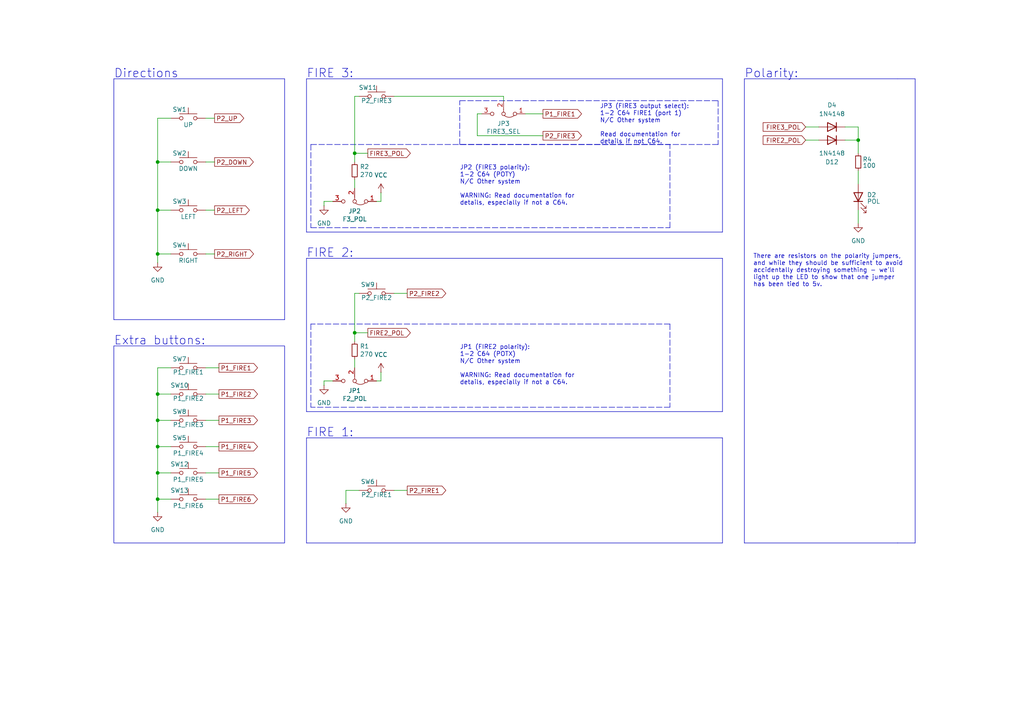
<source format=kicad_sch>
(kicad_sch (version 20231120) (generator "eeschema") (generator_version "8.0")
  (paper "A4")
  (lib_symbols
    (symbol "Device:LED" (pin_numbers hide) (pin_names (offset 1.016) hide)
      (property "Reference" "D" (at 0 2.54 0))
      (property "Value" "LED" (at 0 -2.54 0))
      (symbol "LED_0_1"
        (polyline (pts (xy -1.27 -1.27) (xy -1.27 1.27)) (stroke (width 0.254)))
        (polyline (pts (xy -1.27 0) (xy 1.27 0)))
        (polyline (pts (xy 1.27 -1.27) (xy 1.27 1.27) (xy -1.27 0) (xy 1.27 -1.27)) (stroke (width 0.254)))
        (polyline (pts (xy -3.048 -0.762) (xy -4.572 -2.286) (xy -3.81 -2.286) (xy -4.572 -2.286) (xy -4.572 -1.524)))
        (polyline (pts (xy -1.778 -0.762) (xy -3.302 -2.286) (xy -2.54 -2.286) (xy -3.302 -2.286) (xy -3.302 -1.524)))
      )
      (symbol "LED_1_1"
        (pin passive line (at -3.81 0 0) (length 2.54) (name "K") (number "1"))
        (pin passive line (at 3.81 0 180) (length 2.54) (name "A") (number "2"))
      )
    )
    (symbol "Device:R_Small" (pin_numbers hide) (pin_names (offset 0.254) hide)
      (property "Reference" "R" (at 0.762 0.508 0))
      (property "Value" "R_Small" (at 0.762 -1.016 0))
      (symbol "R_Small_0_1"
        (rectangle (start -0.762 1.778) (end 0.762 -1.778) (stroke (width 0.2032)))
      )
      (symbol "R_Small_1_1"
        (pin passive line (at 0 2.54 270) (length 0.762) (name "~") (number "1"))
        (pin passive line (at 0 -2.54 90) (length 0.762) (name "~") (number "2"))
      )
    )
    (symbol "Diode:1N4148" (pin_numbers hide) (pin_names hide)
      (property "Reference" "D" (at 0 2.54 0))
      (property "Value" "1N4148" (at 0 -2.54 0))
      (symbol "1N4148_0_1"
        (polyline (pts (xy -1.27 1.27) (xy -1.27 -1.27)) (stroke (width 0.254)))
        (polyline (pts (xy 1.27 0) (xy -1.27 0)))
        (polyline (pts (xy 1.27 1.27) (xy 1.27 -1.27) (xy -1.27 0) (xy 1.27 1.27)) (stroke (width 0.254)))
      )
      (symbol "1N4148_1_1"
        (pin passive line (at -3.81 0 0) (length 2.54) (name "K") (number "1"))
        (pin passive line (at 3.81 0 180) (length 2.54) (name "A") (number "2"))
      )
    )
    (symbol "Jumper:Jumper_3_Bridged12" (pin_names (offset 0) hide) (exclude_from_sim yes) (in_bom no)
      (property "Reference" "JP" (at -2.54 -2.54 0))
      (property "Value" "Jumper_3_Bridged12" (at 0 2.794 0))
      (symbol "Jumper_3_Bridged12_0_0"
        (circle (center -3.302 0) (radius 0.508))
        (circle (center 0 0) (radius 0.508))
        (circle (center 3.302 0) (radius 0.508))
      )
      (symbol "Jumper_3_Bridged12_0_1"
        (arc (start -0.254 0.508) (mid -1.651 0.9912) (end -3.048 0.508))
        (polyline (pts (xy 0 -1.27) (xy 0 -0.508)))
      )
      (symbol "Jumper_3_Bridged12_1_1"
        (pin passive line (at -6.35 0 0) (length 2.54) (name "A") (number "1"))
        (pin passive line (at 0 -3.81 90) (length 2.54) (name "C") (number "2"))
        (pin passive line (at 6.35 0 180) (length 2.54) (name "B") (number "3"))
      )
    )
    (symbol "power:GND" (power) (pin_numbers hide) (pin_names (offset 0) hide)
      (property "Value" "GND" (at 0 -3.81 0))
      (symbol "GND_0_1"
        (polyline (pts (xy 0 0) (xy 0 -1.27) (xy 1.27 -1.27) (xy 0 -2.54) (xy -1.27 -1.27) (xy 0 -1.27)))
      )
      (symbol "GND_1_1"
        (pin power_in line (at 0 0 270) (length 0) (name "~") (number "1"))
      )
    )
    (symbol "power:VCC" (power) (pin_numbers hide) (pin_names (offset 0) hide)
      (property "Value" "VCC" (at 0 3.556 0))
      (symbol "VCC_0_1"
        (polyline (pts (xy -0.762 1.27) (xy 0 2.54)))
        (polyline (pts (xy 0 0) (xy 0 2.54)))
        (polyline (pts (xy 0 2.54) (xy 0.762 1.27)))
      )
      (symbol "VCC_1_1"
        (pin power_in line (at 0 0 90) (length 0) (name "~") (number "1"))
      )
    )
    (symbol "sw_push:SW_Push" (pin_numbers hide) (pin_names (offset 1.016) hide)
      (property "Reference" "SW" (at 1.27 2.54 0))
      (property "Value" "SW_Push" (at 0 -1.524 0))
      (symbol "SW_Push_0_1"
        (circle (center -2.032 0) (radius 0.508))
        (polyline (pts (xy 0 1.27) (xy 0 3.048)))
        (polyline (pts (xy 2.54 1.27) (xy -2.54 1.27)))
        (circle (center 2.032 0) (radius 0.508))
        (pin passive line (at 5.08 0 180) (length 2.54) (name "1") (number "1"))
        (pin passive line (at -5.08 0 0) (length 2.54) (name "2") (number "2"))
      )
    )
  )
  (junction (at 45.72 114.3))
  (junction (at 102.87 96.52))
  (junction (at 102.87 44.45))
  (junction (at 45.72 46.99))
  (junction (at 45.72 144.78))
  (junction (at 45.72 60.96))
  (junction (at 45.72 121.92))
  (junction (at 248.92 40.64))
  (junction (at 45.72 73.66))
  (junction (at 45.72 129.54))
  (junction (at 45.72 137.16))
  (wire (pts (xy 106.68 96.52) (xy 102.87 96.52)))
  (wire (pts (xy 248.92 40.64) (xy 248.92 44.45)))
  (polyline (pts (xy 260.35 157.48) (xy 265.43 157.48)) (stroke (width 0) (type solid)))
  (polyline (pts (xy 194.31 66.04) (xy 194.31 41.91)) (stroke (width 0) (type dash)))
  (wire (pts (xy 110.49 55.88) (xy 110.49 58.42)))
  (wire (pts (xy 102.87 44.45) (xy 102.87 46.99)))
  (wire (pts (xy 146.05 29.21) (xy 146.05 27.94)))
  (wire (pts (xy 45.72 129.54) (xy 45.72 121.92)))
  (polyline (pts (xy 209.55 67.31) (xy 88.9 67.31)) (stroke (width 0) (type solid)))
  (wire (pts (xy 59.69 129.54) (xy 63.5 129.54)))
  (wire (pts (xy 49.53 129.54) (xy 45.72 129.54)))
  (wire (pts (xy 62.23 46.99) (xy 59.69 46.99)))
  (wire (pts (xy 45.72 129.54) (xy 45.72 137.16)))
  (wire (pts (xy 45.72 137.16) (xy 49.53 137.16)))
  (polyline (pts (xy 90.17 41.91) (xy 194.31 41.91)) (stroke (width 0) (type dash)))
  (polyline (pts (xy 260.35 22.86) (xy 265.43 22.86)) (stroke (width 0) (type solid)))
  (wire (pts (xy 114.3 27.94) (xy 146.05 27.94)))
  (polyline (pts (xy 88.9 119.38) (xy 209.55 119.38)) (stroke (width 0) (type solid)))
  (wire (pts (xy 59.69 114.3) (xy 63.5 114.3)))
  (polyline (pts (xy 194.31 118.11) (xy 90.17 118.11)) (stroke (width 0) (type dash)))
  (wire (pts (xy 248.92 36.83) (xy 248.92 40.64)))
  (wire (pts (xy 110.49 58.42) (xy 109.22 58.42)))
  (wire (pts (xy 233.68 40.64) (xy 237.49 40.64)))
  (wire (pts (xy 102.87 96.52) (xy 102.87 99.06)))
  (wire (pts (xy 45.72 34.29) (xy 49.53 34.29)))
  (polyline (pts (xy 88.9 67.31) (xy 88.9 22.86)) (stroke (width 0) (type solid)))
  (wire (pts (xy 59.69 121.92) (xy 63.5 121.92)))
  (wire (pts (xy 100.33 142.24) (xy 100.33 146.05)))
  (polyline (pts (xy 90.17 93.98) (xy 90.17 118.11)) (stroke (width 0) (type dash)))
  (wire (pts (xy 45.72 34.29) (xy 45.72 46.99)))
  (wire (pts (xy 45.72 73.66) (xy 49.53 73.66)))
  (wire (pts (xy 248.92 60.96) (xy 248.92 64.77)))
  (polyline (pts (xy 90.17 66.04) (xy 194.31 66.04)) (stroke (width 0) (type dash)))
  (polyline (pts (xy 208.28 29.21) (xy 208.28 41.91)) (stroke (width 0) (type dash)))
  (polyline (pts (xy 194.31 93.98) (xy 194.31 118.11)) (stroke (width 0) (type dash)))
  (wire (pts (xy 104.14 142.24) (xy 100.33 142.24)))
  (polyline (pts (xy 209.55 67.31) (xy 209.55 22.86)) (stroke (width 0) (type solid)))
  (wire (pts (xy 106.68 44.45) (xy 102.87 44.45)))
  (polyline (pts (xy 88.9 127) (xy 88.9 157.48)) (stroke (width 0) (type solid)))
  (polyline (pts (xy 88.9 157.48) (xy 209.55 157.48)) (stroke (width 0) (type solid)))
  (polyline (pts (xy 82.55 22.86) (xy 82.55 92.71)) (stroke (width 0) (type solid)))
  (wire (pts (xy 138.43 33.02) (xy 138.43 39.37)))
  (wire (pts (xy 102.87 27.94) (xy 102.87 44.45)))
  (wire (pts (xy 45.72 114.3) (xy 45.72 106.68)))
  (wire (pts (xy 45.72 46.99) (xy 49.53 46.99)))
  (wire (pts (xy 233.68 36.83) (xy 237.49 36.83)))
  (wire (pts (xy 45.72 60.96) (xy 45.72 73.66)))
  (wire (pts (xy 59.69 144.78) (xy 63.5 144.78)))
  (wire (pts (xy 245.11 40.64) (xy 248.92 40.64)))
  (wire (pts (xy 45.72 76.2) (xy 45.72 73.66)))
  (polyline (pts (xy 209.55 127) (xy 88.9 127)) (stroke (width 0) (type solid)))
  (polyline (pts (xy 133.35 29.21) (xy 208.28 29.21)) (stroke (width 0) (type dash)))
  (wire (pts (xy 138.43 39.37) (xy 157.48 39.37)))
  (polyline (pts (xy 215.9 22.86) (xy 260.35 22.86)) (stroke (width 0) (type solid)))
  (wire (pts (xy 102.87 85.09) (xy 104.14 85.09)))
  (polyline (pts (xy 194.31 93.98) (xy 90.17 93.98)) (stroke (width 0) (type dash)))
  (wire (pts (xy 45.72 121.92) (xy 45.72 114.3)))
  (polyline (pts (xy 90.17 41.91) (xy 90.17 66.04)) (stroke (width 0) (type dash)))
  (wire (pts (xy 45.72 144.78) (xy 45.72 148.59)))
  (wire (pts (xy 93.98 58.42) (xy 93.98 59.69)))
  (wire (pts (xy 45.72 121.92) (xy 49.53 121.92)))
  (wire (pts (xy 45.72 144.78) (xy 49.53 144.78)))
  (wire (pts (xy 59.69 137.16) (xy 63.5 137.16)))
  (wire (pts (xy 114.3 142.24) (xy 118.11 142.24)))
  (wire (pts (xy 59.69 106.68) (xy 63.5 106.68)))
  (polyline (pts (xy 88.9 74.93) (xy 209.55 74.93)) (stroke (width 0) (type solid)))
  (wire (pts (xy 248.92 49.53) (xy 248.92 53.34)))
  (wire (pts (xy 62.23 73.66) (xy 59.69 73.66)))
  (wire (pts (xy 59.69 60.96) (xy 62.23 60.96)))
  (wire (pts (xy 114.3 85.09) (xy 118.11 85.09)))
  (polyline (pts (xy 88.9 22.86) (xy 209.55 22.86)) (stroke (width 0) (type solid)))
  (wire (pts (xy 93.98 110.49) (xy 93.98 111.76)))
  (wire (pts (xy 245.11 36.83) (xy 248.92 36.83)))
  (wire (pts (xy 45.72 137.16) (xy 45.72 144.78)))
  (polyline (pts (xy 88.9 119.38) (xy 88.9 74.93)) (stroke (width 0) (type solid)))
  (polyline (pts (xy 215.9 157.48) (xy 260.35 157.48)) (stroke (width 0) (type solid)))
  (wire (pts (xy 59.69 34.29) (xy 62.23 34.29)))
  (wire (pts (xy 102.87 85.09) (xy 102.87 96.52)))
  (wire (pts (xy 110.49 110.49) (xy 109.22 110.49)))
  (polyline (pts (xy 133.35 41.91) (xy 133.35 29.21)) (stroke (width 0) (type dash)))
  (wire (pts (xy 102.87 27.94) (xy 104.14 27.94)))
  (wire (pts (xy 45.72 114.3) (xy 49.53 114.3)))
  (wire (pts (xy 45.72 46.99) (xy 45.72 60.96)))
  (wire (pts (xy 45.72 106.68) (xy 49.53 106.68)))
  (polyline (pts (xy 208.28 41.91) (xy 133.35 41.91)) (stroke (width 0) (type dash)))
  (polyline (pts (xy 209.55 119.38) (xy 209.55 74.93)) (stroke (width 0) (type solid)))
  (wire (pts (xy 102.87 106.68) (xy 102.87 104.14)))
  (wire (pts (xy 152.4 33.02) (xy 157.48 33.02)))
  (polyline (pts (xy 33.02 22.86) (xy 82.55 22.86)) (stroke (width 0) (type solid)))
  (wire (pts (xy 110.49 107.95) (xy 110.49 110.49)))
  (wire (pts (xy 139.7 33.02) (xy 138.43 33.02)))
  (wire (pts (xy 96.52 58.42) (xy 93.98 58.42)))
  (polyline (pts (xy 82.55 92.71) (xy 33.02 92.71)) (stroke (width 0) (type solid)))
  (polyline (pts (xy 33.02 92.71) (xy 33.02 22.86)) (stroke (width 0) (type solid)))
  (polyline (pts (xy 209.55 157.48) (xy 209.55 127)) (stroke (width 0) (type solid)))
  (wire (pts (xy 45.72 60.96) (xy 49.53 60.96)))
  (wire (pts (xy 96.52 110.49) (xy 93.98 110.49)))
  (wire (pts (xy 102.87 54.61) (xy 102.87 52.07)))
  (polyline (pts (xy 265.43 22.86) (xy 265.43 157.48)) (stroke (width 0) (type solid)))
  (polyline (pts (xy 215.9 157.48) (xy 215.9 22.86)) (stroke (width 0) (type solid)))
  (rectangle (start 33.02 100.33) (end 82.55 157.48))
  (text "FIRE 1:" (at 88.9 127 0) (effects (font (size 2.4892 2.4892)) (justify left bottom)))
  (text "JP2 (FIRE3 polarity):\n1-2 C64 (POTY)\nN/C Other system\n\nWARNING: Read documentation for\ndetails, especially if not a C64." (at 133.35 59.69 0) (effects (font (size 1.27 1.27)) (justify left bottom)))
  (text "There are resistors on the polarity jumpers,\nand while they should be sufficient to avoid\naccidentally destroying something - we'll\nlight up the LED to show that one jumper\nhas been tied to 5v." (at 218.44 73.66 0) (effects (font (size 1.27 1.27)) (justify left top)))
  (text "JP1 (FIRE2 polarity):\n1-2 C64 (POTX)\nN/C Other system\n\nWARNING: Read documentation for\ndetails, especially if not a C64." (at 133.35 111.76 0) (effects (font (size 1.27 1.27)) (justify left bottom)))
  (text "Directions" (at 33.02 22.86 0) (effects (font (size 2.4892 2.4892)) (justify left bottom)))
  (text "FIRE 3:" (at 88.9 22.86 0) (effects (font (size 2.4892 2.4892)) (justify left bottom)))
  (text "Extra buttons:" (at 33.02 100.33 0) (effects (font (size 2.4892 2.4892)) (justify left bottom)))
  (text "FIRE 2:" (at 88.9 74.93 0) (effects (font (size 2.4892 2.4892)) (justify left bottom)))
  (text "Polarity:" (at 215.9 22.86 0) (effects (font (size 2.4892 2.4892)) (justify left bottom)))
  (text "JP3 (FIRE3 output select):\n1-2 C64 FIRE1 (port 1)\nN/C Other system\n\nRead documentation for\ndetails if not C64." (at 173.99 41.91 0) (effects (font (size 1.27 1.27)) (justify left bottom)))
  (global_label "FIRE2_POL" (shape output) (at 106.68 96.52 0) (property "Intersheetrefs" "${INTERSHEET_REFS}" (effects (hide yes))))
  (global_label "P2_UP" (shape output) (at 62.23 34.29 0) (property "Intersheetrefs" "${INTERSHEET_REFS}" (effects (hide yes))))
  (global_label "FIRE3_POL" (shape output) (at 106.68 44.45 0) (property "Intersheetrefs" "${INTERSHEET_REFS}" (effects (hide yes))))
  (global_label "P1_FIRE2" (shape output) (at 63.5 114.3 0) (property "Intersheetrefs" "${INTERSHEET_REFS}" (effects (hide yes))))
  (global_label "P1_FIRE5" (shape output) (at 63.5 137.16 0) (property "Intersheetrefs" "${INTERSHEET_REFS}" (effects (hide yes))))
  (global_label "P2_LEFT" (shape output) (at 62.23 60.96 0) (property "Intersheetrefs" "${INTERSHEET_REFS}" (effects (hide yes))))
  (global_label "P2_FIRE3" (shape output) (at 157.48 39.37 0) (property "Intersheetrefs" "${INTERSHEET_REFS}" (effects (hide yes))))
  (global_label "P2_DOWN" (shape output) (at 62.23 46.99 0) (property "Intersheetrefs" "${INTERSHEET_REFS}" (effects (hide yes))))
  (global_label "P2_RIGHT" (shape output) (at 62.23 73.66 0) (property "Intersheetrefs" "${INTERSHEET_REFS}" (effects (hide yes))))
  (global_label "P1_FIRE1" (shape output) (at 157.48 33.02 0) (property "Intersheetrefs" "${INTERSHEET_REFS}" (effects (hide yes))))
  (global_label "FIRE2_POL" (shape input) (at 233.68 40.64 180) (property "Intersheetrefs" "${INTERSHEET_REFS}" (effects (hide yes))))
  (global_label "P2_FIRE2" (shape output) (at 118.11 85.09 0) (property "Intersheetrefs" "${INTERSHEET_REFS}" (effects (hide yes))))
  (global_label "P1_FIRE1" (shape output) (at 63.5 106.68 0) (property "Intersheetrefs" "${INTERSHEET_REFS}" (effects (hide yes))))
  (global_label "P1_FIRE6" (shape output) (at 63.5 144.78 0) (property "Intersheetrefs" "${INTERSHEET_REFS}" (effects (hide yes))))
  (global_label "FIRE3_POL" (shape input) (at 233.68 36.83 180) (property "Intersheetrefs" "${INTERSHEET_REFS}" (effects (hide yes))))
  (global_label "P1_FIRE3" (shape output) (at 63.5 121.92 0) (property "Intersheetrefs" "${INTERSHEET_REFS}" (effects (hide yes))))
  (global_label "P2_FIRE1" (shape output) (at 118.11 142.24 0) (property "Intersheetrefs" "${INTERSHEET_REFS}" (effects (hide yes))))
  (global_label "P1_FIRE4" (shape output) (at 63.5 129.54 0) (property "Intersheetrefs" "${INTERSHEET_REFS}" (effects (hide yes))))
  (symbol (lib_id "sw_push:SW_Push") (at 54.61 114.3 0) (unit 1)
    (property "Reference" "SW10" (at 52.07 111.76 0))
    (property "Value" "P1_FIRE2" (at 54.61 115.57 0))
    (property "Footprint" "Button_Switch_THT:SW_Tactile_SPST_Angled_PTS645Vx31-2LFS" (effects (hide yes)))
  )
  (symbol (lib_id "Jumper:Jumper_3_Bridged12") (at 102.87 110.49 180) (unit 1) (exclude_from_sim yes) (in_bom no)
    (property "Reference" "JP1" (at 102.87 113.3094 0))
    (property "Value" "F2_POL" (at 102.87 115.6208 0))
    (property "Footprint" "Connector_PinHeader_2.54mm:PinHeader_1x03_P2.54mm_Horizontal" (effects (hide yes)))
    (property "Description" "Jumper, 3-pole, pins 1+2 closed/bridged" (effects (hide yes)))
  )
  (symbol (lib_id "power:GND") (at 93.98 59.69 0) (unit 1)
    (property "Reference" "#PWR06" (effects (hide yes)))
    (property "Value" "GND" (at 93.98 64.77 0))
    (property "Description" "Power symbol creates a global label with name \"GND\" , ground" (effects (hide yes)))
  )
  (symbol (lib_id "sw_push:SW_Push") (at 54.61 73.66 0) (unit 1)
    (property "Reference" "SW4" (at 52.07 71.12 0))
    (property "Value" "RIGHT" (at 54.61 75.565 0))
    (property "Footprint" "Button_Switch_Keyboard:SW_Cherry_MX_1.00u_PCB" (effects (hide yes)))
  )
  (symbol (lib_id "sw_push:SW_Push") (at 109.22 85.09 0) (unit 1)
    (property "Reference" "SW9" (at 106.68 82.55 0))
    (property "Value" "P2_FIRE2" (at 109.22 86.36 0))
    (property "Footprint" "Button_Switch_Keyboard:SW_Cherry_MX_1.00u_PCB" (effects (hide yes)))
  )
  (symbol (lib_id "power:GND") (at 45.72 148.59 0) (unit 1)
    (property "Reference" "#PWR04" (effects (hide yes)))
    (property "Value" "GND" (at 45.72 153.67 0))
    (property "Description" "Power symbol creates a global label with name \"GND\" , ground" (effects (hide yes)))
  )
  (symbol (lib_id "power:VCC") (at 110.49 55.88 0) (unit 1)
    (property "Reference" "#PWR08" (effects (hide yes)))
    (property "Value" "VCC" (at 110.49 50.8 0))
    (property "Description" "Power symbol creates a global label with name \"VCC\"" (effects (hide yes)))
  )
  (symbol (lib_id "Device:R_Small") (at 102.87 101.6 0) (unit 1)
    (property "Reference" "R1" (at 104.3686 100.4316 0) (effects (justify left)))
    (property "Value" "270" (at 104.3686 102.743 0) (effects (justify left)))
    (property "Footprint" "Resistor_THT:R_Axial_DIN0207_L6.3mm_D2.5mm_P10.16mm_Horizontal" (effects (hide yes)))
  )
  (symbol (lib_id "sw_push:SW_Push") (at 54.61 34.29 0) (unit 1)
    (property "Reference" "SW1" (at 52.07 31.75 0))
    (property "Value" "UP" (at 54.61 36.195 0))
    (property "Footprint" "Button_Switch_Keyboard:SW_Cherry_MX_1.00u_PCB" (effects (hide yes)))
  )
  (symbol (lib_id "sw_push:SW_Push") (at 54.61 60.96 0) (unit 1)
    (property "Reference" "SW3" (at 52.07 58.42 0))
    (property "Value" "LEFT" (at 54.61 62.865 0))
    (property "Footprint" "Button_Switch_Keyboard:SW_Cherry_MX_1.00u_PCB" (effects (hide yes)))
  )
  (symbol (lib_id "Device:R_Small") (at 102.87 49.53 0) (unit 1)
    (property "Reference" "R2" (at 104.3686 48.3616 0) (effects (justify left)))
    (property "Value" "270" (at 104.3686 50.673 0) (effects (justify left)))
    (property "Footprint" "Resistor_THT:R_Axial_DIN0207_L6.3mm_D2.5mm_P10.16mm_Horizontal" (effects (hide yes)))
  )
  (symbol (lib_id "sw_push:SW_Push") (at 54.61 121.92 0) (unit 1)
    (property "Reference" "SW8" (at 52.07 119.38 0))
    (property "Value" "P1_FIRE3" (at 54.61 123.19 0))
    (property "Footprint" "Button_Switch_THT:SW_Tactile_SPST_Angled_PTS645Vx31-2LFS" (effects (hide yes)))
  )
  (symbol (lib_id "power:VCC") (at 110.49 107.95 0) (unit 1)
    (property "Reference" "#PWR09" (effects (hide yes)))
    (property "Value" "VCC" (at 110.49 102.87 0))
    (property "Description" "Power symbol creates a global label with name \"VCC\"" (effects (hide yes)))
  )
  (symbol (lib_id "sw_push:SW_Push") (at 54.61 129.54 0) (unit 1)
    (property "Reference" "SW5" (at 52.07 127 0))
    (property "Value" "P1_FIRE4" (at 54.61 131.445 0))
    (property "Footprint" "Button_Switch_THT:SW_Tactile_SPST_Angled_PTS645Vx31-2LFS" (effects (hide yes)))
  )
  (symbol (lib_id "sw_push:SW_Push") (at 109.22 142.24 0) (unit 1)
    (property "Reference" "SW6" (at 106.68 139.7 0))
    (property "Value" "P2_FIRE1" (at 109.22 143.51 0))
    (property "Footprint" "Button_Switch_Keyboard:SW_Cherry_MX_1.00u_PCB" (effects (hide yes)))
  )
  (symbol (lib_id "Device:R_Small") (at 248.92 46.99 180) (unit 1)
    (property "Reference" "R4" (at 250.19 46.228 0) (effects (justify right)))
    (property "Value" "100" (at 250.19 48.006 0) (effects (justify right)))
    (property "Footprint" "Resistor_THT:R_Axial_DIN0207_L6.3mm_D2.5mm_P10.16mm_Horizontal" (effects (hide yes)))
  )
  (symbol (lib_id "Device:LED") (at 248.92 57.15 90) (unit 1)
    (property "Reference" "D2" (at 251.46 56.515 90) (effects (justify right)))
    (property "Value" "POL" (at 251.46 58.42 90) (effects (justify right)))
    (property "Footprint" "LED_THT:LED_D5.0mm" (effects (hide yes)))
  )
  (symbol (lib_id "sw_push:SW_Push") (at 109.22 27.94 0) (unit 1)
    (property "Reference" "SW11" (at 106.68 25.4 0))
    (property "Value" "P2_FIRE3" (at 109.22 29.21 0))
    (property "Footprint" "Button_Switch_Keyboard:SW_Cherry_MX_1.00u_PCB" (effects (hide yes)))
  )
  (symbol (lib_id "power:GND") (at 45.72 76.2 0) (unit 1)
    (property "Reference" "#PWR01" (effects (hide yes)))
    (property "Value" "GND" (at 45.72 81.28 0))
    (property "Description" "Power symbol creates a global label with name \"GND\" , ground" (effects (hide yes)))
  )
  (symbol (lib_id "power:GND") (at 100.33 146.05 0) (unit 1)
    (property "Reference" "#PWR07" (effects (hide yes)))
    (property "Value" "GND" (at 100.33 151.13 0))
    (property "Description" "Power symbol creates a global label with name \"GND\" , ground" (effects (hide yes)))
  )
  (symbol (lib_id "sw_push:SW_Push") (at 54.61 137.16 0) (unit 1)
    (property "Reference" "SW12" (at 52.07 134.62 0))
    (property "Value" "P1_FIRE5" (at 54.61 139.065 0))
    (property "Footprint" "Button_Switch_THT:SW_Tactile_SPST_Angled_PTS645Vx31-2LFS" (effects (hide yes)))
  )
  (symbol (lib_id "Jumper:Jumper_3_Bridged12") (at 102.87 58.42 180) (unit 1) (exclude_from_sim yes) (in_bom no)
    (property "Reference" "JP2" (at 102.87 61.2394 0))
    (property "Value" "F3_POL" (at 102.87 63.5508 0))
    (property "Footprint" "Connector_PinHeader_2.54mm:PinHeader_1x03_P2.54mm_Horizontal" (effects (hide yes)))
    (property "Description" "Jumper, 3-pole, pins 1+2 closed/bridged" (effects (hide yes)))
  )
  (symbol (lib_id "Jumper:Jumper_3_Bridged12") (at 146.05 33.02 180) (unit 1) (exclude_from_sim yes) (in_bom no)
    (property "Reference" "JP3" (at 146.05 35.8394 0))
    (property "Value" "FIRE3_SEL" (at 146.05 38.1508 0))
    (property "Footprint" "Connector_PinHeader_2.54mm:PinHeader_1x03_P2.54mm_Horizontal" (effects (hide yes)))
    (property "Description" "Jumper, 3-pole, pins 1+2 closed/bridged" (effects (hide yes)))
  )
  (symbol (lib_id "power:GND") (at 248.92 64.77 0) (unit 1)
    (property "Reference" "#PWR017" (effects (hide yes)))
    (property "Value" "GND" (at 248.92 69.85 0))
    (property "Description" "Power symbol creates a global label with name \"GND\" , ground" (effects (hide yes)))
  )
  (symbol (lib_id "sw_push:SW_Push") (at 54.61 144.78 0) (unit 1)
    (property "Reference" "SW13" (at 52.07 142.24 0))
    (property "Value" "P1_FIRE6" (at 54.61 146.685 0))
    (property "Footprint" "Button_Switch_THT:SW_Tactile_SPST_Angled_PTS645Vx31-2LFS" (effects (hide yes)))
  )
  (symbol (lib_id "sw_push:SW_Push") (at 54.61 46.99 0) (unit 1)
    (property "Reference" "SW2" (at 52.07 44.45 0))
    (property "Value" "DOWN" (at 54.61 48.895 0))
    (property "Footprint" "Button_Switch_Keyboard:SW_Cherry_MX_1.00u_PCB" (effects (hide yes)))
  )
  (symbol (lib_id "sw_push:SW_Push") (at 54.61 106.68 0) (unit 1)
    (property "Reference" "SW7" (at 52.07 104.14 0))
    (property "Value" "P1_FIRE1" (at 54.61 107.95 0))
    (property "Footprint" "Button_Switch_THT:SW_Tactile_SPST_Angled_PTS645Vx31-2LFS" (effects (hide yes)))
  )
  (symbol (lib_id "Diode:1N4148") (at 241.3 36.83 180) (unit 1)
    (property "Reference" "D4" (at 241.3 30.48 0))
    (property "Value" "1N4148" (at 241.3 33.02 0))
    (property "Footprint" "Diode_THT:D_DO-35_SOD27_P7.62mm_Horizontal" (effects (hide yes)))
    (property "Datasheet" "https://assets.nexperia.com/documents/data-sheet/1N4148_1N4448.pdf" (effects (hide yes)))
    (property "Description" "100V 0.15A standard switching diode, DO-35" (effects (hide yes)))
    (property "Sim.Device" "D" (effects (hide yes)))
    (property "Sim.Pins" "1=K 2=A" (effects (hide yes)))
  )
  (symbol (lib_id "Diode:1N4148") (at 241.3 40.64 0) (mirror y) (unit 1)
    (property "Reference" "D12" (at 241.3 46.99 0))
    (property "Value" "1N4148" (at 241.3 44.45 0))
    (property "Footprint" "Diode_THT:D_DO-35_SOD27_P7.62mm_Horizontal" (effects (hide yes)))
    (property "Datasheet" "https://assets.nexperia.com/documents/data-sheet/1N4148_1N4448.pdf" (effects (hide yes)))
    (property "Description" "100V 0.15A standard switching diode, DO-35" (effects (hide yes)))
    (property "Sim.Device" "D" (effects (hide yes)))
    (property "Sim.Pins" "1=K 2=A" (effects (hide yes)))
  )
  (symbol (lib_id "power:GND") (at 93.98 111.76 0) (unit 1)
    (property "Reference" "#PWR05" (effects (hide yes)))
    (property "Value" "GND" (at 93.98 116.84 0))
    (property "Description" "Power symbol creates a global label with name \"GND\" , ground" (effects (hide yes)))
  )
)
</source>
